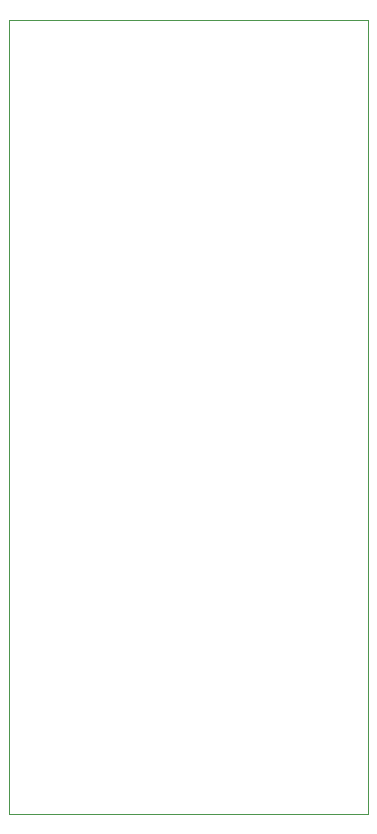
<source format=gbr>
%TF.GenerationSoftware,KiCad,Pcbnew,(5.1.6)-1*%
%TF.CreationDate,2021-02-04T13:19:07+01:00*%
%TF.ProjectId,ebus,65627573-2e6b-4696-9361-645f70636258,rev?*%
%TF.SameCoordinates,Original*%
%TF.FileFunction,Profile,NP*%
%FSLAX46Y46*%
G04 Gerber Fmt 4.6, Leading zero omitted, Abs format (unit mm)*
G04 Created by KiCad (PCBNEW (5.1.6)-1) date 2021-02-04 13:19:07*
%MOMM*%
%LPD*%
G01*
G04 APERTURE LIST*
%TA.AperFunction,Profile*%
%ADD10C,0.050000*%
%TD*%
G04 APERTURE END LIST*
D10*
X62992000Y-149987000D02*
X93345000Y-149987000D01*
X62992000Y-82804000D02*
X62992000Y-149987000D01*
X93345000Y-82804000D02*
X93345000Y-149987000D01*
X62992000Y-82804000D02*
X93345000Y-82804000D01*
M02*

</source>
